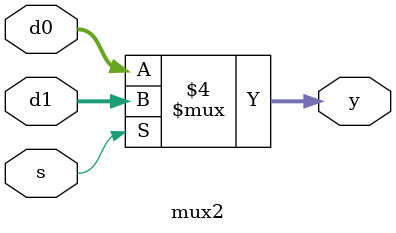
<source format=sv>
module mux2 #(
    parameter WIDTH = 32
) 
(
    input  logic [WIDTH-1 : 0] d0,
    input  logic [WIDTH-1 : 0] d1,
    input  logic                s,
    output logic [WIDTH-1 : 0]  y
);
    always_comb begin
        if (s == 1'b1) begin
            y = d1;
        end
        else begin
            y = d0;
        end
    end
    
endmodule

</source>
